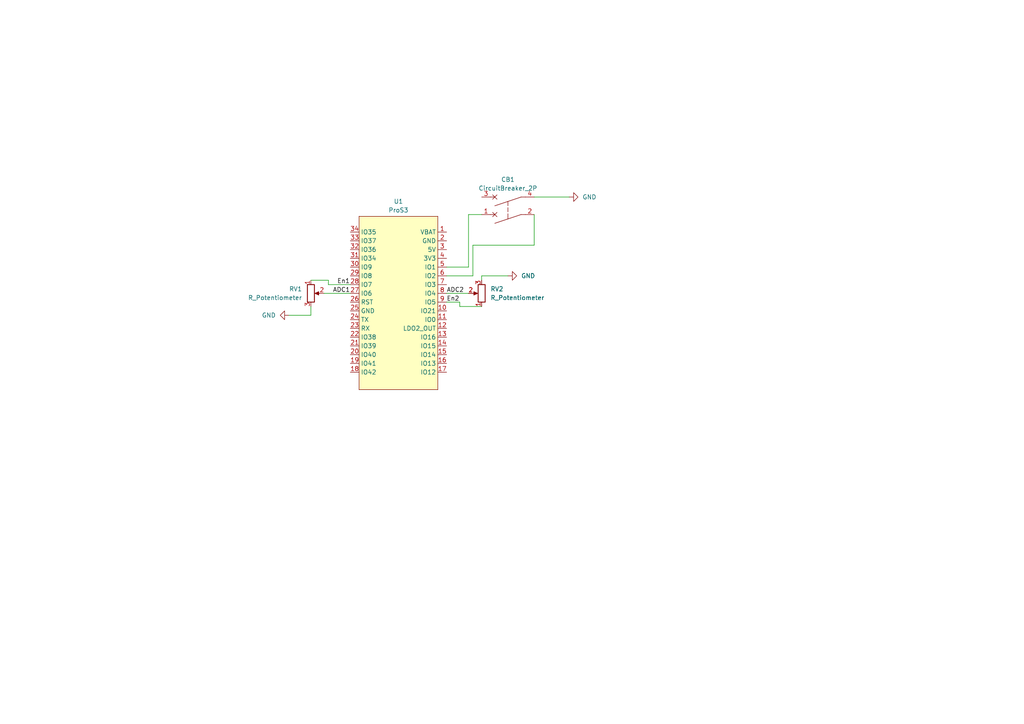
<source format=kicad_sch>
(kicad_sch (version 20230121) (generator eeschema)
  (paper "A4")
  (lib_symbols
    (symbol "Device:CircuitBreaker_2P"
      (property "Reference" "CB" (at 3.81 0 0))
      (property "Value" "CircuitBreaker_2P" (at 3.81 2.54 0))
      (symbol "CircuitBreaker_2P_0_1"
        (polyline (pts (xy -3.81 0) (xy -2.286 0)))
        (polyline (pts (xy -2.54 -3.81) (xy -5.08 3.81)))
        (polyline (pts (xy -1.778 0) (xy -0.508 0)))
        (polyline (pts (xy 0 0) (xy 1.27 0)))
        (polyline (pts (xy 2.54 -5.08) (xy 2.54 -3.81)))
        (polyline (pts (xy 2.54 -3.81) (xy 0 3.81)))
      )
      (symbol "CircuitBreaker_2P_1_1"
        (polyline (pts (xy -3.175 4.445) (xy -1.905 3.175)))
        (polyline (pts (xy -2.54 -3.81) (xy -2.54 -5.08)))
        (polyline (pts (xy -2.54 5.08) (xy -2.54 3.81)))
        (polyline (pts (xy -1.905 4.445) (xy -3.175 3.175)))
        (polyline (pts (xy 1.905 4.445) (xy 3.175 3.175)))
        (polyline (pts (xy 2.54 5.08) (xy 2.54 3.81)))
        (polyline (pts (xy 3.175 4.445) (xy 1.905 3.175)))
        (pin passive line (at -2.54 7.62 270) (length 2.54) (name "~") (number "1"))
        (pin passive line (at -2.54 -7.62 90) (length 2.54) (name "~") (number "2"))
        (pin passive line (at 2.54 7.62 270) (length 2.54) (name "~") (number "3"))
        (pin passive line (at 2.54 -7.62 90) (length 2.54) (name "~") (number "4"))
      )
    )
    (symbol "Device:R_Potentiometer" (pin_names (offset 1.016) hide)
      (property "Reference" "RV" (at -4.445 0 90))
      (property "Value" "R_Potentiometer" (at -2.54 0 90))
      (symbol "R_Potentiometer_0_1"
        (polyline (pts (xy 2.54 0) (xy 1.524 0)))
        (polyline (pts (xy 1.143 0) (xy 2.286 0.508) (xy 2.286 -0.508) (xy 1.143 0)) (fill (type outline)))
        (rectangle (start 1.016 2.54) (end -1.016 -2.54) (stroke (width 0.254)))
      )
      (symbol "R_Potentiometer_1_1"
        (pin passive line (at 0 3.81 270) (length 1.27) (name "1") (number "1"))
        (pin passive line (at 3.81 0 180) (length 1.27) (name "2") (number "2"))
        (pin passive line (at 0 -3.81 90) (length 1.27) (name "3") (number "3"))
      )
    )
    (symbol "ProS3:ProS3"
      (property "Reference" "U" (at 0 -28.956 0))
      (property "Value" "ProS3" (at -0.508 27.178 0))
      (symbol "ProS3_1_1"
        (rectangle (start -11.43 24.892) (end 11.43 -25.4) (stroke (width 0.1524)) (fill (type background)))
        (pin power_in line (at 13.97 20.32 180) (length 2.54) (name "VBAT") (number "1"))
        (pin bidirectional line (at 13.97 -2.54 180) (length 2.54) (name "IO21") (number "10"))
        (pin bidirectional line (at 13.97 -5.08 180) (length 2.54) (name "IO0") (number "11"))
        (pin power_out line (at 13.97 -7.62 180) (length 2.54) (name "LDO2_OUT") (number "12"))
        (pin bidirectional line (at 13.97 -10.16 180) (length 2.54) (name "IO16") (number "13"))
        (pin bidirectional line (at 13.97 -12.7 180) (length 2.54) (name "IO15") (number "14"))
        (pin bidirectional line (at 13.97 -15.24 180) (length 2.54) (name "IO14") (number "15"))
        (pin bidirectional line (at 13.97 -17.78 180) (length 2.54) (name "IO13") (number "16"))
        (pin bidirectional line (at 13.97 -20.32 180) (length 2.54) (name "IO12") (number "17"))
        (pin bidirectional line (at -13.97 -20.32 0) (length 2.54) (name "IO42") (number "18"))
        (pin bidirectional line (at -13.97 -17.78 0) (length 2.54) (name "IO41") (number "19"))
        (pin power_in line (at 13.97 17.78 180) (length 2.54) (name "GND") (number "2"))
        (pin bidirectional line (at -13.97 -15.24 0) (length 2.54) (name "IO40") (number "20"))
        (pin bidirectional line (at -13.97 -12.7 0) (length 2.54) (name "IO39") (number "21"))
        (pin bidirectional line (at -13.97 -10.16 0) (length 2.54) (name "IO38") (number "22"))
        (pin bidirectional line (at -13.97 -7.62 0) (length 2.54) (name "RX") (number "23"))
        (pin bidirectional line (at -13.97 -5.08 0) (length 2.54) (name "TX") (number "24"))
        (pin power_in line (at -13.97 -2.54 0) (length 2.54) (name "GND") (number "25"))
        (pin input line (at -13.97 0 0) (length 2.54) (name "RST") (number "26"))
        (pin bidirectional line (at -13.97 2.54 0) (length 2.54) (name "IO6") (number "27"))
        (pin bidirectional line (at -13.97 5.08 0) (length 2.54) (name "IO7") (number "28"))
        (pin bidirectional line (at -13.97 7.62 0) (length 2.54) (name "IO8") (number "29"))
        (pin power_in line (at 13.97 15.24 180) (length 2.54) (name "5V") (number "3"))
        (pin bidirectional line (at -13.97 10.16 0) (length 2.54) (name "IO9") (number "30"))
        (pin bidirectional line (at -13.97 12.7 0) (length 2.54) (name "IO34") (number "31"))
        (pin bidirectional line (at -13.97 15.24 0) (length 2.54) (name "IO36") (number "32"))
        (pin bidirectional line (at -13.97 17.78 0) (length 2.54) (name "IO37") (number "33"))
        (pin bidirectional line (at -13.97 20.32 0) (length 2.54) (name "IO35") (number "34"))
        (pin power_in line (at 13.97 12.7 180) (length 2.54) (name "3V3") (number "4"))
        (pin bidirectional line (at 13.97 10.16 180) (length 2.54) (name "IO1") (number "5"))
        (pin bidirectional line (at 13.97 7.62 180) (length 2.54) (name "IO2") (number "6"))
        (pin bidirectional line (at 13.97 5.08 180) (length 2.54) (name "IO3") (number "7"))
        (pin bidirectional line (at 13.97 2.54 180) (length 2.54) (name "IO4") (number "8"))
        (pin bidirectional line (at 13.97 0 180) (length 2.54) (name "IO5") (number "9"))
      )
    )
    (symbol "power:GND" (power) (pin_names (offset 0))
      (property "Value" "GND" (at 0 -3.81 0))
      (symbol "GND_0_1"
        (polyline (pts (xy 0 0) (xy 0 -1.27) (xy 1.27 -1.27) (xy 0 -2.54) (xy -1.27 -1.27) (xy 0 -1.27)))
      )
      (symbol "GND_1_1"
        (pin power_in line (at 0 0 270) (length 0) hide (name "GND") (number "1"))
      )
    )
  )
  (wire (pts (xy 137.16 80.01) (xy 129.54 80.01)))
  (wire (pts (xy 139.7 88.9) (xy 133.35 88.9)))
  (wire (pts (xy 154.94 71.12) (xy 137.16 71.12)))
  (wire (pts (xy 135.89 77.47) (xy 135.89 62.23)))
  (wire (pts (xy 154.94 62.23) (xy 154.94 71.12)))
  (wire (pts (xy 137.16 71.12) (xy 137.16 80.01)))
  (wire (pts (xy 133.35 87.63) (xy 129.54 87.63)))
  (wire (pts (xy 93.98 85.09) (xy 101.6 85.09)))
  (wire (pts (xy 95.25 82.55) (xy 101.6 82.55)))
  (wire (pts (xy 154.94 57.15) (xy 165.1 57.15)))
  (wire (pts (xy 133.35 88.9) (xy 133.35 87.63)))
  (wire (pts (xy 129.54 77.47) (xy 135.89 77.47)))
  (wire (pts (xy 129.54 85.09) (xy 135.89 85.09)))
  (wire (pts (xy 90.17 91.44) (xy 83.82 91.44)))
  (wire (pts (xy 95.25 81.28) (xy 95.25 82.55)))
  (wire (pts (xy 90.17 81.28) (xy 95.25 81.28)))
  (wire (pts (xy 135.89 62.23) (xy 139.7 62.23)))
  (wire (pts (xy 90.17 88.9) (xy 90.17 91.44)))
  (wire (pts (xy 139.7 80.01) (xy 147.32 80.01)))
  (wire (pts (xy 139.7 81.28) (xy 139.7 80.01)))
  (label "En2" (at 129.54 87.63 0))
  (label "ADC1" (at 96.52 85.09 0))
  (label "En1" (at 97.79 82.55 0))
  (label "ADC2" (at 129.54 85.09 0))
  (symbol (lib_id "Device:R_Potentiometer") (at 139.7 85.09 180) (unit 1)
    (property "Reference" "RV2" (at 142.24 83.82 0) (effects (justify right)))
    (property "Value" "R_Potentiometer" (at 142.24 86.36 0) (effects (justify right)))
  )
  (symbol (lib_id "power:GND") (at 147.32 80.01 90) (unit 1)
    (property "Reference" "#PWR01" (effects hide))
    (property "Value" "GND" (at 151.13 80.01 90) (effects (justify right)))
  )
  (symbol (lib_id "Device:R_Potentiometer") (at 90.17 85.09 0) (unit 1)
    (property "Reference" "RV1" (at 87.63 83.82 0) (effects (justify right)))
    (property "Value" "R_Potentiometer" (at 87.63 86.36 0) (effects (justify right)))
  )
  (symbol (lib_id "power:GND") (at 165.1 57.15 90) (unit 1)
    (property "Reference" "#PWR02" (effects hide))
    (property "Value" "GND" (at 168.91 57.15 90) (effects (justify right)))
  )
  (symbol (lib_id "ProS3:ProS3") (at 115.57 87.63 0) (unit 1)
    (property "Reference" "U1" (at 115.57 58.42 0))
    (property "Value" "ProS3" (at 115.57 60.96 0))
    (property "Footprint" "footprints:ProS3_TH" (effects hide))
  )
  (symbol (lib_id "power:GND") (at 83.82 91.44 270) (unit 1)
    (property "Reference" "#PWR03" (effects hide))
    (property "Value" "GND" (at 80.01 91.44 90) (effects (justify right)))
  )
  (symbol (lib_id "Device:CircuitBreaker_2P") (at 147.32 59.69 90) (unit 1)
    (property "Reference" "CB1" (at 147.32 52.07 90))
    (property "Value" "CircuitBreaker_2P" (at 147.32 54.61 90))
  )
)
</source>
